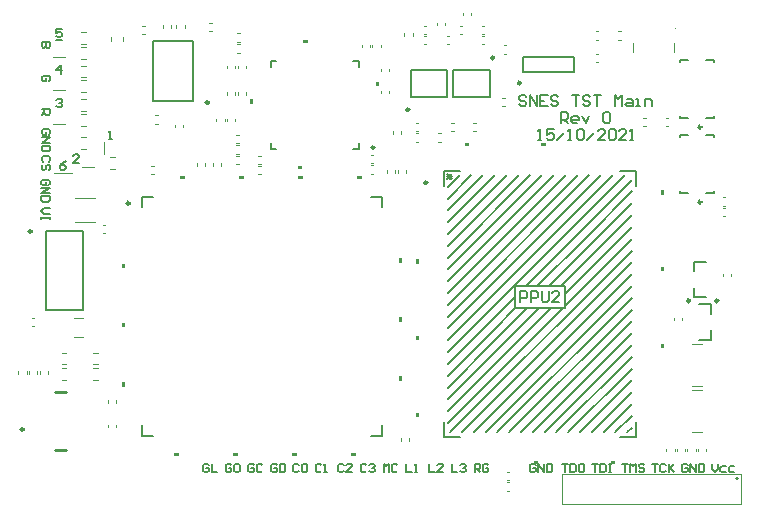
<source format=gto>
G04*
G04 #@! TF.GenerationSoftware,Altium Limited,Altium Designer,21.7.2 (23)*
G04*
G04 Layer_Color=65535*
%FSAX44Y44*%
%MOMM*%
G71*
G04*
G04 #@! TF.SameCoordinates,9FC8B08E-5A0B-468E-A9A2-6B38CBE9F6CB*
G04*
G04*
G04 #@! TF.FilePolarity,Positive*
G04*
G01*
G75*
%ADD10C,0.2500*%
%ADD11C,0.2000*%
%ADD12C,0.1000*%
%ADD13C,0.2540*%
%ADD14C,0.1500*%
%ADD15C,0.1524*%
%ADD16C,0.0500*%
G36*
X00510478Y00703255D02*
X00507938D01*
Y00699445D01*
X00510478D01*
Y00703255D01*
D02*
G37*
G36*
Y00753255D02*
X00507938D01*
Y00749445D01*
X00510478D01*
Y00753255D01*
D02*
G37*
G36*
Y00803255D02*
X00507938D01*
Y00799445D01*
X00510478D01*
Y00803255D01*
D02*
G37*
G36*
X00555905Y00642828D02*
X00552095D01*
Y00640288D01*
X00555905D01*
Y00642828D01*
D02*
G37*
G36*
X00605905D02*
X00602095D01*
Y00640288D01*
X00605905D01*
Y00642828D01*
D02*
G37*
G36*
X00655905D02*
X00652095D01*
Y00640288D01*
X00655905D01*
Y00642828D01*
D02*
G37*
G36*
X00705905D02*
X00702095D01*
Y00640288D01*
X00705905D01*
Y00642828D01*
D02*
G37*
G36*
X00665405Y00990114D02*
X00661595D01*
Y00992654D01*
X00665405D01*
Y00990114D01*
D02*
G37*
G36*
X00618986Y00938695D02*
X00616446D01*
Y00942505D01*
X00618986D01*
Y00938695D01*
D02*
G37*
G36*
X00660405Y00883546D02*
X00656595D01*
Y00886086D01*
X00660405D01*
Y00883546D01*
D02*
G37*
G36*
X00710905Y00874872D02*
X00707095D01*
Y00877412D01*
X00710905D01*
Y00874872D01*
D02*
G37*
G36*
X00660905D02*
X00657095D01*
Y00877412D01*
X00660905D01*
Y00874872D01*
D02*
G37*
G36*
X00610905D02*
X00607095D01*
Y00877412D01*
X00610905D01*
Y00874872D01*
D02*
G37*
G36*
X00560905D02*
X00557095D01*
Y00877412D01*
X00560905D01*
Y00874872D01*
D02*
G37*
G36*
X00759444Y00677255D02*
X00756904D01*
Y00673445D01*
X00759444D01*
Y00677255D01*
D02*
G37*
G36*
X00742522Y00708255D02*
X00745062D01*
Y00704445D01*
X00742522D01*
Y00708255D01*
D02*
G37*
G36*
X00759444Y00742255D02*
X00756904D01*
Y00738445D01*
X00759444D01*
Y00742255D01*
D02*
G37*
G36*
X00742522Y00758255D02*
X00745062D01*
Y00754445D01*
X00742522D01*
Y00758255D01*
D02*
G37*
G36*
X00856595Y00636293D02*
Y00633753D01*
X00860405D01*
Y00636293D01*
X00856595D01*
D02*
G37*
G36*
X00921595D02*
Y00633753D01*
X00925405D01*
Y00636293D01*
X00921595D01*
D02*
G37*
G36*
X00964056Y00731945D02*
X00966597D01*
Y00735755D01*
X00964056D01*
Y00731945D01*
D02*
G37*
G36*
X00742522Y00808255D02*
X00745062D01*
Y00804445D01*
X00742522D01*
Y00808255D01*
D02*
G37*
G36*
X00759444Y00807255D02*
X00756904D01*
Y00803445D01*
X00759444D01*
Y00807255D01*
D02*
G37*
G36*
X00723014Y00953695D02*
X00725554D01*
Y00957505D01*
X00723014D01*
Y00953695D01*
D02*
G37*
G36*
X00801905Y00902906D02*
Y00905446D01*
X00798095D01*
Y00902906D01*
X00801905D01*
D02*
G37*
G36*
X00964056Y00796945D02*
X00966597D01*
Y00800755D01*
X00964056D01*
Y00796945D01*
D02*
G37*
G36*
Y00861945D02*
X00966597D01*
Y00865755D01*
X00964056D01*
Y00861945D01*
D02*
G37*
G36*
X00866905Y00902906D02*
Y00905446D01*
X00863095D01*
Y00902906D01*
X00866905D01*
D02*
G37*
D10*
X00766466Y00872100D02*
G03*
X00766466Y00872100I-00001250J00000000D01*
G01*
X00845500Y00956600D02*
G03*
X00845500Y00956600I-00001250J00000000D01*
G01*
X00751250Y00933850D02*
G03*
X00751250Y00933850I-00001250J00000000D01*
G01*
X00581500Y00939850D02*
G03*
X00581500Y00939850I-00001250J00000000D01*
G01*
X00721750Y00901850D02*
G03*
X00721750Y00901850I-00001250J00000000D01*
G01*
X00431500Y00830850D02*
G03*
X00431500Y00830850I-00001250J00000000D01*
G01*
X00514500Y00854600D02*
G03*
X00514500Y00854600I-00001250J00000000D01*
G01*
X00998500Y00919100D02*
G03*
X00998500Y00919100I-00001250J00000000D01*
G01*
X00988750Y00772100D02*
G03*
X00988750Y00772100I-00001250J00000000D01*
G01*
X01012750Y00772100D02*
G03*
X01012750Y00772100I-00001250J00000000D01*
G01*
X00823000Y00977850D02*
G03*
X00823000Y00977850I-00001250J00000000D01*
G01*
X00998500Y00855600D02*
G03*
X00998500Y00855600I-00001250J00000000D01*
G01*
D11*
X01029700Y00621650D02*
G03*
X01029700Y00621650I-00001000J00000000D01*
G01*
X00847250Y00965600D02*
X00890250D01*
X00847250Y00978600D02*
X00890250D01*
X00847250Y00965600D02*
Y00978600D01*
X00890250Y00965600D02*
Y00978600D01*
X00783250Y00944350D02*
Y00967350D01*
X00752250Y00944350D02*
Y00967350D01*
X00783250D01*
X00752250Y00944350D02*
X00783250D01*
X00568500Y00941100D02*
Y00992100D01*
X00534500Y00941100D02*
Y00992100D01*
Y00941100D02*
X00568500D01*
X00534500Y00992100D02*
X00568500D01*
X00444000Y00830850D02*
X00475000D01*
Y00763850D02*
Y00830850D01*
X00444000Y00763850D02*
Y00830850D01*
Y00763850D02*
X00475000D01*
X01009250Y00927100D02*
Y00928850D01*
X01002500Y00927100D02*
X01009250D01*
X00980250D02*
X00987000D01*
X00980250D02*
Y00928850D01*
Y00974350D02*
Y00976100D01*
X00987000D01*
X01009250Y00974350D02*
Y00976100D01*
X01002500D02*
X01009250D01*
X00996500Y00769100D02*
X01006500D01*
Y00761100D02*
Y00769100D01*
X00996500Y00739100D02*
X01006500D01*
Y00747100D01*
X00992500Y00775100D02*
X01002500D01*
X00992500D02*
Y00783100D01*
Y00805100D02*
X01002500D01*
X00992500Y00797100D02*
Y00805100D01*
X00788500Y00967350D02*
X00819500D01*
X00788500Y00944350D02*
X00819500D01*
Y00967350D01*
X00788500Y00944350D02*
Y00967350D01*
X01002500Y00912600D02*
X01009250D01*
Y00910850D02*
Y00912600D01*
X00980250D02*
X00987000D01*
X00980250Y00910850D02*
Y00912600D01*
Y00863600D02*
Y00865350D01*
Y00863600D02*
X00987000D01*
X01002500D02*
X01009250D01*
Y00865350D01*
D12*
X01011250Y00660100D02*
G03*
X01011250Y00660100I-00000500J00000000D01*
G01*
Y00699100D02*
G03*
X01011250Y00699100I-00000500J00000000D01*
G01*
X00976750Y01002600D02*
G03*
X00976750Y01002600I-00000500J00000000D01*
G01*
X00793000Y00882100D02*
X00794250D01*
X00880200Y00599900D02*
X01032350D01*
X00880200D02*
Y00625300D01*
X01032350D01*
Y00599900D02*
Y00625300D01*
X00990750Y00696100D02*
X00998750D01*
X00990750Y00661100D02*
X00998750D01*
X00467250Y00741350D02*
X00474750D01*
X00467250Y00757350D02*
X00474750D01*
X00468250Y00839100D02*
X00485250D01*
X00468250Y00859100D02*
X00485250D01*
X00450750Y00879850D02*
X00465750D01*
X00449750Y00978850D02*
X00459750D01*
X00449750Y00950350D02*
X00459750D01*
X00449750Y00921850D02*
X00459750D01*
X00474250Y00885350D02*
X00484250D01*
X00492750Y00896350D02*
Y00906350D01*
X00990750Y00700100D02*
X00998750D01*
X00990750Y00735100D02*
X00998750D01*
X00975250Y00982600D02*
Y00990600D01*
X00940250Y00982600D02*
Y00990600D01*
D13*
X00424750Y00663100D02*
G03*
X00424750Y00663100I-00001250J00000000D01*
G01*
X00451000Y00694600D02*
X00460500D01*
X00451000Y00646100D02*
X00460500D01*
D14*
X00883000Y00777850D02*
X00900750Y00795600D01*
X00879875Y00784725D02*
X00900750Y00805600D01*
X00822750Y00737600D02*
X00851000Y00765850D01*
X00869750Y00784600D02*
X00900750Y00815600D01*
X00939750Y00854600D01*
X00900750Y00805600D02*
X00939750Y00844600D01*
X00900750Y00795600D02*
X00939750Y00834600D01*
X00783750Y00698600D02*
X00822750Y00737600D01*
Y00727600D02*
X00860747Y00765597D01*
X00822750Y00717600D02*
X00871000Y00765850D01*
X00783750Y00688600D02*
X00822750Y00727600D01*
X00783750Y00678600D02*
X00822750Y00717600D01*
X00859750Y00784600D02*
X00900750Y00825600D01*
X00939750Y00864600D01*
X00783750Y00708600D02*
X00822750Y00747600D01*
X00850000Y00784850D02*
X00860750Y00795600D01*
X00783750Y00718600D02*
X00822750Y00757600D01*
X00900750Y00835600D02*
X00939750Y00874600D01*
X00860750Y00795600D02*
X00900750Y00835600D01*
X00822750Y00757600D02*
X00834500Y00769350D01*
X00837750Y00772600D01*
X00837755D01*
X00840379Y00775225D01*
X00860750Y00795600D02*
X00860750D01*
X00795750Y00660600D02*
X00939750Y00804600D01*
X00805750Y00660600D02*
X00939750Y00794600D01*
X00815750Y00660600D02*
X00939750Y00784600D01*
X00845750Y00660600D02*
X00939750Y00754600D01*
X00835750Y00660600D02*
X00939750Y00764600D01*
X00825750Y00660600D02*
X00939750Y00774600D01*
X00855750Y00660600D02*
X00939750Y00744600D01*
X00783750Y00728600D02*
X00933750Y00878600D01*
X00783750Y00748600D02*
X00913750Y00878600D01*
X00783750Y00858600D02*
X00803750Y00878600D01*
X00783750Y00868600D02*
X00793750Y00878600D01*
X00780500Y00869600D02*
Y00882100D01*
X00929250D02*
X00943000D01*
Y00869600D02*
Y00882100D01*
X00780500Y00657100D02*
X00794250D01*
X00780500D02*
Y00669600D01*
X00929250Y00657100D02*
X00943000D01*
Y00669600D01*
X00780500Y00882100D02*
X00794250D01*
X00783750Y00828600D02*
X00833750Y00878600D01*
X00783750Y00838600D02*
X00823750Y00878600D01*
X00783750Y00848600D02*
X00813750Y00878600D01*
X00783750Y00818600D02*
X00843750Y00878600D01*
X00783750Y00808600D02*
X00853750Y00878600D01*
X00783750Y00778600D02*
X00883750Y00878600D01*
X00783750Y00788600D02*
X00873750Y00878600D01*
X00783750Y00798600D02*
X00863750Y00878600D01*
X00783750Y00768600D02*
X00893750Y00878600D01*
X00783750Y00758600D02*
X00903750Y00878600D01*
X00783750Y00738600D02*
X00923750Y00878600D01*
X00785750Y00660600D02*
X00939750Y00814600D01*
X00865750Y00660600D02*
X00939750Y00734600D01*
X00875750Y00660600D02*
X00939750Y00724600D01*
X00885750Y00660600D02*
X00939750Y00714600D01*
X00915750Y00660600D02*
X00939750Y00684600D01*
X00905750Y00660600D02*
X00939750Y00694600D01*
X00925750Y00660600D02*
X00939750Y00674600D01*
X00935750Y00660600D02*
X00939750Y00664600D01*
X00895750Y00660600D02*
X00939750Y00704600D01*
X00900750Y00785600D02*
X00939750Y00824600D01*
X00783750Y00668600D02*
X00822750Y00707600D01*
X00862750Y00747600D01*
X00862750D01*
X00881000Y00765850D01*
X00883000Y00767850D02*
X00900750Y00785600D01*
X00822750Y00747600D02*
X00841000Y00765850D01*
X00840500D02*
Y00784601D01*
X00883001Y00765850D02*
Y00784601D01*
X00840500D02*
X00883001D01*
X00840500Y00765850D02*
X00883001D01*
X00451875Y00992600D02*
X00457125D01*
X00845255Y00771100D02*
Y00780097D01*
X00849754D01*
X00851253Y00778597D01*
Y00775598D01*
X00849754Y00774099D01*
X00845255D01*
X00854252Y00771100D02*
Y00780097D01*
X00858751D01*
X00860250Y00778597D01*
Y00775598D01*
X00858751Y00774099D01*
X00854252D01*
X00863249Y00780097D02*
Y00772599D01*
X00864749Y00771100D01*
X00867748D01*
X00869247Y00772599D01*
Y00780097D01*
X00878244Y00771100D02*
X00872246D01*
X00878244Y00777098D01*
Y00778597D01*
X00876745Y00780097D01*
X00873746D01*
X00872246Y00778597D01*
X00850266Y00944390D02*
X00848767Y00945890D01*
X00845768D01*
X00844268Y00944390D01*
Y00942891D01*
X00845768Y00941391D01*
X00848767D01*
X00850266Y00939892D01*
Y00938392D01*
X00848767Y00936893D01*
X00845768D01*
X00844268Y00938392D01*
X00853265Y00936893D02*
Y00945890D01*
X00859263Y00936893D01*
Y00945890D01*
X00868260D02*
X00862262D01*
Y00936893D01*
X00868260D01*
X00862262Y00941391D02*
X00865261D01*
X00877258Y00944390D02*
X00875758Y00945890D01*
X00872759D01*
X00871260Y00944390D01*
Y00942891D01*
X00872759Y00941391D01*
X00875758D01*
X00877258Y00939892D01*
Y00938392D01*
X00875758Y00936893D01*
X00872759D01*
X00871260Y00938392D01*
X00889254Y00945890D02*
X00895252D01*
X00892253D01*
Y00936893D01*
X00904249Y00944390D02*
X00902749Y00945890D01*
X00899750D01*
X00898251Y00944390D01*
Y00942891D01*
X00899750Y00941391D01*
X00902749D01*
X00904249Y00939892D01*
Y00938392D01*
X00902749Y00936893D01*
X00899750D01*
X00898251Y00938392D01*
X00907248Y00945890D02*
X00913246D01*
X00910247D01*
Y00936893D01*
X00925242D02*
Y00945890D01*
X00928241Y00942891D01*
X00931240Y00945890D01*
Y00936893D01*
X00935739Y00942891D02*
X00938738D01*
X00940237Y00941391D01*
Y00936893D01*
X00935739D01*
X00934239Y00938392D01*
X00935739Y00939892D01*
X00940237D01*
X00943236Y00936893D02*
X00946235D01*
X00944736D01*
Y00942891D01*
X00943236D01*
X00950734Y00936893D02*
Y00942891D01*
X00955232D01*
X00956732Y00941391D01*
Y00936893D01*
X00879507Y00922496D02*
Y00931494D01*
X00884005D01*
X00885505Y00929994D01*
Y00926995D01*
X00884005Y00925495D01*
X00879507D01*
X00882506D02*
X00885505Y00922496D01*
X00893002D02*
X00890003D01*
X00888504Y00923996D01*
Y00926995D01*
X00890003Y00928494D01*
X00893002D01*
X00894502Y00926995D01*
Y00925495D01*
X00888504D01*
X00897501Y00928494D02*
X00900500Y00922496D01*
X00903499Y00928494D01*
X00915495Y00929994D02*
X00916995Y00931494D01*
X00919994D01*
X00921493Y00929994D01*
Y00923996D01*
X00919994Y00922496D01*
X00916995D01*
X00915495Y00923996D01*
Y00929994D01*
X00860013Y00908100D02*
X00863012D01*
X00861513D01*
Y00917097D01*
X00860013Y00915598D01*
X00873509Y00917097D02*
X00867511D01*
Y00912598D01*
X00870510Y00914098D01*
X00872009D01*
X00873509Y00912598D01*
Y00909600D01*
X00872009Y00908100D01*
X00869010D01*
X00867511Y00909600D01*
X00876508Y00908100D02*
X00882506Y00914098D01*
X00885505Y00908100D02*
X00888504D01*
X00887004D01*
Y00917097D01*
X00885505Y00915598D01*
X00893002D02*
X00894502Y00917097D01*
X00897501D01*
X00899000Y00915598D01*
Y00909600D01*
X00897501Y00908100D01*
X00894502D01*
X00893002Y00909600D01*
Y00915598D01*
X00902000Y00908100D02*
X00907998Y00914098D01*
X00916995Y00908100D02*
X00910997D01*
X00916995Y00914098D01*
Y00915598D01*
X00915495Y00917097D01*
X00912496D01*
X00910997Y00915598D01*
X00919994D02*
X00921493Y00917097D01*
X00924492D01*
X00925992Y00915598D01*
Y00909600D01*
X00924492Y00908100D01*
X00921493D01*
X00919994Y00909600D01*
Y00915598D01*
X00934989Y00908100D02*
X00928991D01*
X00934989Y00914098D01*
Y00915598D01*
X00933489Y00917097D01*
X00930490D01*
X00928991Y00915598D01*
X00937988Y00908100D02*
X00940987D01*
X00939487D01*
Y00917097D01*
X00937988Y00915598D01*
X00782917Y00879765D02*
X00787583Y00875100D01*
X00782917D02*
X00787583Y00879765D01*
X00782917Y00877432D02*
X00787583D01*
X00785250Y00875100D02*
Y00879765D01*
X00497000Y00908850D02*
X00499333D01*
X00498166D01*
Y00915848D01*
X00497000Y00914681D01*
X00445831Y00912685D02*
X00446998Y00913851D01*
Y00916184D01*
X00445831Y00917350D01*
X00441166D01*
X00440000Y00916184D01*
Y00913851D01*
X00441166Y00912685D01*
X00443499D01*
Y00915017D01*
X00440000Y00910352D02*
X00446998D01*
X00440000Y00905687D01*
X00446998D01*
Y00903355D02*
X00440000D01*
Y00899856D01*
X00441166Y00898689D01*
X00445831D01*
X00446998Y00899856D01*
Y00903355D01*
X00445831Y00957935D02*
X00446998Y00959101D01*
Y00961434D01*
X00445831Y00962600D01*
X00441166D01*
X00440000Y00961434D01*
Y00959101D01*
X00441166Y00957935D01*
X00443499D01*
Y00960267D01*
X00456857Y01002348D02*
X00452192D01*
Y00998849D01*
X00454524Y01000015D01*
X00455690D01*
X00456857Y00998849D01*
Y00996516D01*
X00455690Y00995350D01*
X00453358D01*
X00452192Y00996516D01*
X00446998Y00991100D02*
X00440000D01*
Y00987601D01*
X00441166Y00986435D01*
X00442333D01*
X00443499Y00987601D01*
Y00991100D01*
Y00987601D01*
X00444665Y00986435D01*
X00445831D01*
X00446998Y00987601D01*
Y00991100D01*
X00858165Y00632931D02*
X00856999Y00634098D01*
X00854666D01*
X00853500Y00632931D01*
Y00628266D01*
X00854666Y00627100D01*
X00856999D01*
X00858165Y00628266D01*
Y00630599D01*
X00855833D01*
X00860498Y00627100D02*
Y00634098D01*
X00865163Y00627100D01*
Y00634098D01*
X00867495D02*
Y00627100D01*
X00870994D01*
X00872161Y00628266D01*
Y00632931D01*
X00870994Y00634098D01*
X00867495D01*
X00639165Y00632931D02*
X00637999Y00634098D01*
X00635666D01*
X00634500Y00632931D01*
Y00628266D01*
X00635666Y00627100D01*
X00637999D01*
X00639165Y00628266D01*
Y00630599D01*
X00636833D01*
X00641498Y00634098D02*
Y00627100D01*
X00644997D01*
X00646163Y00628266D01*
Y00632931D01*
X00644997Y00634098D01*
X00641498D01*
X00729500Y00627100D02*
Y00634098D01*
X00731833Y00631765D01*
X00734165Y00634098D01*
Y00627100D01*
X00741163Y00632931D02*
X00739997Y00634098D01*
X00737664D01*
X00736498Y00632931D01*
Y00628266D01*
X00737664Y00627100D01*
X00739997D01*
X00741163Y00628266D01*
X00657665Y00632931D02*
X00656499Y00634098D01*
X00654166D01*
X00653000Y00632931D01*
Y00628266D01*
X00654166Y00627100D01*
X00656499D01*
X00657665Y00628266D01*
X00659998Y00632931D02*
X00661164Y00634098D01*
X00663497D01*
X00664663Y00632931D01*
Y00628266D01*
X00663497Y00627100D01*
X00661164D01*
X00659998Y00628266D01*
Y00632931D01*
X00676665D02*
X00675499Y00634098D01*
X00673166D01*
X00672000Y00632931D01*
Y00628266D01*
X00673166Y00627100D01*
X00675499D01*
X00676665Y00628266D01*
X00678998Y00627100D02*
X00681330D01*
X00680164D01*
Y00634098D01*
X00678998Y00632931D01*
X00695665D02*
X00694499Y00634098D01*
X00692166D01*
X00691000Y00632931D01*
Y00628266D01*
X00692166Y00627100D01*
X00694499D01*
X00695665Y00628266D01*
X00702663Y00627100D02*
X00697998D01*
X00702663Y00631765D01*
Y00632931D01*
X00701497Y00634098D01*
X00699164D01*
X00697998Y00632931D01*
X00714915D02*
X00713749Y00634098D01*
X00711416D01*
X00710250Y00632931D01*
Y00628266D01*
X00711416Y00627100D01*
X00713749D01*
X00714915Y00628266D01*
X00717248Y00632931D02*
X00718414Y00634098D01*
X00720747D01*
X00721913Y00632931D01*
Y00631765D01*
X00720747Y00630599D01*
X00719581D01*
X00720747D01*
X00721913Y00629433D01*
Y00628266D01*
X00720747Y00627100D01*
X00718414D01*
X00717248Y00628266D01*
X00460232Y00890098D02*
X00457899Y00888931D01*
X00455566Y00886599D01*
Y00884266D01*
X00456733Y00883100D01*
X00459065D01*
X00460232Y00884266D01*
Y00885433D01*
X00459065Y00886599D01*
X00455566D01*
X00471415Y00889100D02*
X00466750D01*
X00471415Y00893765D01*
Y00894931D01*
X00470249Y00896098D01*
X00467916D01*
X00466750Y00894931D01*
X00452500Y00941681D02*
X00453666Y00942848D01*
X00455999D01*
X00457165Y00941681D01*
Y00940515D01*
X00455999Y00939349D01*
X00454833D01*
X00455999D01*
X00457165Y00938182D01*
Y00937016D01*
X00455999Y00935850D01*
X00453666D01*
X00452500Y00937016D01*
X00455999Y00964350D02*
Y00971348D01*
X00452500Y00967849D01*
X00457165D01*
X00905900Y00634098D02*
X00910565D01*
X00908233D01*
Y00627100D01*
X00912898Y00634098D02*
Y00627100D01*
X00916397D01*
X00917563Y00628266D01*
Y00632931D01*
X00916397Y00634098D01*
X00912898D01*
X00919895D02*
X00922228D01*
X00921062D01*
Y00627100D01*
X00919895D01*
X00922228D01*
X01007500Y00634098D02*
Y00629433D01*
X01009833Y00627100D01*
X01012165Y00629433D01*
Y00634098D01*
X01019163Y00631765D02*
X01015664D01*
X01014498Y00630599D01*
Y00628266D01*
X01015664Y00627100D01*
X01019163D01*
X01026161Y00631765D02*
X01022662D01*
X01021496Y00630599D01*
Y00628266D01*
X01022662Y00627100D01*
X01026161D01*
X00986765Y00632931D02*
X00985599Y00634098D01*
X00983266D01*
X00982100Y00632931D01*
Y00628266D01*
X00983266Y00627100D01*
X00985599D01*
X00986765Y00628266D01*
Y00630599D01*
X00984433D01*
X00989098Y00627100D02*
Y00634098D01*
X00993763Y00627100D01*
Y00634098D01*
X00996096D02*
Y00627100D01*
X00999594D01*
X01000761Y00628266D01*
Y00632931D01*
X00999594Y00634098D01*
X00996096D01*
X00956700D02*
X00961365D01*
X00959033D01*
Y00627100D01*
X00968363Y00632931D02*
X00967197Y00634098D01*
X00964864D01*
X00963698Y00632931D01*
Y00628266D01*
X00964864Y00627100D01*
X00967197D01*
X00968363Y00628266D01*
X00970695Y00634098D02*
Y00627100D01*
Y00629433D01*
X00975361Y00634098D01*
X00971862Y00630599D01*
X00975361Y00627100D01*
X00931300Y00634098D02*
X00935965D01*
X00933633D01*
Y00627100D01*
X00938298D02*
Y00634098D01*
X00940630Y00631765D01*
X00942963Y00634098D01*
Y00627100D01*
X00949961Y00632931D02*
X00948794Y00634098D01*
X00946462D01*
X00945295Y00632931D01*
Y00631765D01*
X00946462Y00630599D01*
X00948794D01*
X00949961Y00629433D01*
Y00628266D01*
X00948794Y00627100D01*
X00946462D01*
X00945295Y00628266D01*
X00880500Y00634098D02*
X00885165D01*
X00882833D01*
Y00627100D01*
X00887498Y00634098D02*
Y00627100D01*
X00890997D01*
X00892163Y00628266D01*
Y00632931D01*
X00890997Y00634098D01*
X00887498D01*
X00897994D02*
X00895662D01*
X00894495Y00632931D01*
Y00628266D01*
X00895662Y00627100D01*
X00897994D01*
X00899161Y00628266D01*
Y00632931D01*
X00897994Y00634098D01*
X00440000Y00934100D02*
X00446998D01*
Y00930601D01*
X00445831Y00929435D01*
X00443499D01*
X00442333Y00930601D01*
Y00934100D01*
Y00931767D02*
X00440000Y00929435D01*
X00445831Y00889685D02*
X00446998Y00890851D01*
Y00893184D01*
X00445831Y00894350D01*
X00441166D01*
X00440000Y00893184D01*
Y00890851D01*
X00441166Y00889685D01*
X00445831Y00882687D02*
X00446998Y00883853D01*
Y00886186D01*
X00445831Y00887352D01*
X00444665D01*
X00443499Y00886186D01*
Y00883853D01*
X00442333Y00882687D01*
X00441166D01*
X00440000Y00883853D01*
Y00886186D01*
X00441166Y00887352D01*
X00445581Y00869935D02*
X00446748Y00871101D01*
Y00873434D01*
X00445581Y00874600D01*
X00440916D01*
X00439750Y00873434D01*
Y00871101D01*
X00440916Y00869935D01*
X00443249D01*
Y00872267D01*
X00439750Y00867602D02*
X00446748D01*
X00439750Y00862937D01*
X00446748D01*
Y00860604D02*
X00439750D01*
Y00857106D01*
X00440916Y00855939D01*
X00445581D01*
X00446748Y00857106D01*
Y00860604D01*
X00446748Y00850350D02*
X00442083D01*
X00439750Y00848017D01*
X00442083Y00845685D01*
X00446748D01*
Y00843352D02*
Y00841020D01*
Y00842186D01*
X00439750D01*
Y00843352D01*
Y00841020D01*
X00581415Y00632931D02*
X00580249Y00634098D01*
X00577916D01*
X00576750Y00632931D01*
Y00628266D01*
X00577916Y00627100D01*
X00580249D01*
X00581415Y00628266D01*
Y00630599D01*
X00579083D01*
X00583748Y00634098D02*
Y00627100D01*
X00588413D01*
X00600665Y00632931D02*
X00599499Y00634098D01*
X00597166D01*
X00596000Y00632931D01*
Y00628266D01*
X00597166Y00627100D01*
X00599499D01*
X00600665Y00628266D01*
Y00630599D01*
X00598333D01*
X00606497Y00634098D02*
X00604164D01*
X00602998Y00632931D01*
Y00628266D01*
X00604164Y00627100D01*
X00606497D01*
X00607663Y00628266D01*
Y00632931D01*
X00606497Y00634098D01*
X00619665Y00632931D02*
X00618499Y00634098D01*
X00616166D01*
X00615000Y00632931D01*
Y00628266D01*
X00616166Y00627100D01*
X00618499D01*
X00619665Y00628266D01*
Y00630599D01*
X00617333D01*
X00626663Y00632931D02*
X00625497Y00634098D01*
X00623164D01*
X00621998Y00632931D01*
Y00628266D01*
X00623164Y00627100D01*
X00625497D01*
X00626663Y00628266D01*
X00806500Y00627100D02*
Y00634098D01*
X00809999D01*
X00811165Y00632931D01*
Y00630599D01*
X00809999Y00629433D01*
X00806500D01*
X00808833D02*
X00811165Y00627100D01*
X00818163Y00632931D02*
X00816997Y00634098D01*
X00814664D01*
X00813498Y00632931D01*
Y00628266D01*
X00814664Y00627100D01*
X00816997D01*
X00818163Y00628266D01*
Y00630599D01*
X00815830D01*
X00787250Y00634098D02*
Y00627100D01*
X00791915D01*
X00794248Y00632931D02*
X00795414Y00634098D01*
X00797747D01*
X00798913Y00632931D01*
Y00631765D01*
X00797747Y00630599D01*
X00796580D01*
X00797747D01*
X00798913Y00629433D01*
Y00628266D01*
X00797747Y00627100D01*
X00795414D01*
X00794248Y00628266D01*
X00768000Y00634098D02*
Y00627100D01*
X00772665D01*
X00779663D02*
X00774998D01*
X00779663Y00631765D01*
Y00632931D01*
X00778497Y00634098D01*
X00776164D01*
X00774998Y00632931D01*
X00748750Y00634098D02*
Y00627100D01*
X00753415D01*
X00755748D02*
X00758080D01*
X00756914D01*
Y00634098D01*
X00755748Y00632931D01*
D15*
X00708211Y00970324D02*
Y00975311D01*
X00703224D02*
X00708211D01*
Y00900889D02*
Y00905876D01*
X00703224Y00900889D02*
X00708211D01*
X00633789Y00975311D02*
X00638775D01*
X00633789Y00970324D02*
Y00975311D01*
Y00900889D02*
X00638775D01*
X00633789D02*
Y00905876D01*
X00727719Y00851074D02*
Y00860069D01*
X00718724D02*
X00727719D01*
Y00657631D02*
Y00666626D01*
X00718724Y00657631D02*
X00727719D01*
X00525281Y00860069D02*
X00534276D01*
X00525281Y00851074D02*
Y00860069D01*
Y00657631D02*
X00534276D01*
X00525281D02*
Y00666626D01*
D16*
X00473250Y00910850D02*
X00477250D01*
X00473250Y00900850D02*
X00477250D01*
X00508500Y00991600D02*
Y00995600D01*
X00498500Y00991600D02*
Y00995600D01*
X00429250Y00710350D02*
Y00712350D01*
X00436250Y00710350D02*
Y00712350D01*
X00739500Y00880350D02*
Y00882350D01*
X00732500Y00880350D02*
Y00882350D01*
X00748500Y00880350D02*
Y00882350D01*
X00741500Y00880350D02*
Y00882350D01*
X00928250Y00993100D02*
X00930250D01*
X00928250Y01000100D02*
X00930250D01*
X00445250Y00710350D02*
Y00712350D01*
X00438250Y00710350D02*
Y00712350D01*
X00718500Y00879600D02*
X00720500D01*
X00718500Y00886600D02*
X00720500D01*
X00623500Y00879100D02*
X00625500D01*
X00623500Y00886100D02*
X00625500D01*
X01016500Y00843850D02*
X01018500D01*
X01016500Y00850850D02*
X01018500D01*
X00830000Y00936600D02*
X00832000D01*
X00830000Y00943600D02*
X00832000D01*
X00604750Y00896600D02*
X00606750D01*
X00604750Y00903600D02*
X00606750D01*
X00604750Y00905350D02*
X00606750D01*
X00604750Y00912350D02*
X00606750D01*
X00605750Y00991350D02*
X00607750D01*
X00605750Y00998350D02*
X00607750D01*
X00605750Y00982100D02*
X00607750D01*
X00605750Y00989100D02*
X00607750D01*
X00491500Y00829100D02*
X00493500D01*
X00491500Y00836100D02*
X00493500D01*
X00718500Y00888350D02*
X00720500D01*
X00718500Y00895350D02*
X00720500D01*
X01016500Y00852600D02*
X01018500D01*
X01016500Y00859600D02*
X01018500D01*
X00968250Y00920100D02*
X00970250D01*
X00968250Y00927100D02*
X00970250D01*
X00786750Y00915600D02*
X00788750D01*
X00786750Y00922600D02*
X00788750D01*
X00812500Y00989100D02*
X00814500D01*
X00812500Y00996100D02*
X00814500D01*
X00782750Y00989100D02*
X00784750D01*
X00782750Y00996100D02*
X00784750D01*
X00763250Y00997850D02*
X00765250D01*
X00763250Y01004850D02*
X00765250D01*
X00763250Y00989100D02*
X00765250D01*
X00763250Y00996100D02*
X00765250D01*
X00775750Y00906850D02*
X00777750D01*
X00775750Y00913850D02*
X00777750D01*
X00456750Y00704850D02*
X00460750D01*
X00456750Y00714850D02*
X00460750D01*
X00456750Y00718100D02*
X00460750D01*
X00456750Y00728100D02*
X00460750D01*
X00483750Y00704850D02*
X00487750D01*
X00483750Y00714850D02*
X00487750D01*
X00483750Y00718100D02*
X00487750D01*
X00483750Y00728100D02*
X00487750D01*
X00604750Y00887850D02*
X00606750D01*
X00604750Y00894850D02*
X00606750D01*
X00536250Y00929100D02*
X00538250D01*
X00536250Y00922100D02*
X00538250D01*
X01024000Y00793100D02*
Y00795100D01*
X01017000Y00793100D02*
Y00795100D01*
X00774637Y01005640D02*
Y01007640D01*
X00781637Y01005640D02*
Y01007640D01*
X00909250Y01000100D02*
X00911250D01*
X00909250Y00993100D02*
X00911250D01*
X00909250Y00973850D02*
X00911250D01*
X00909250Y00980850D02*
X00911250D01*
X00532750Y00886350D02*
X00534750D01*
X00532750Y00879350D02*
X00534750D01*
X00805500Y00915600D02*
X00807500D01*
X00805500Y00922600D02*
X00807500D01*
X00473250Y00930100D02*
X00477250D01*
X00473250Y00920100D02*
X00477250D01*
X00473250Y00942600D02*
X00477250D01*
X00473250Y00932600D02*
X00477250D01*
X00473250Y00958600D02*
X00477250D01*
X00473250Y00948600D02*
X00477250D01*
X00473250Y00971100D02*
X00477250D01*
X00473250Y00961100D02*
X00477250D01*
X00473250Y00987100D02*
X00477250D01*
X00473250Y00977100D02*
X00477250D01*
X00473250Y00999600D02*
X00477250D01*
X00473250Y00989600D02*
X00477250D01*
X00803750Y01014100D02*
Y01016100D01*
X00796750Y01014100D02*
Y01016100D01*
X00833750Y00611350D02*
X00835750D01*
X00833750Y00618350D02*
X00835750D01*
X00833750Y00620100D02*
X00835750D01*
X00833750Y00627100D02*
X00835750D01*
X00982000Y00755350D02*
Y00757350D01*
X00975000Y00755350D02*
Y00757350D01*
X00587750Y00924100D02*
Y00926100D01*
X00594750Y00924100D02*
Y00926100D01*
X00597000Y00924100D02*
Y00926100D01*
X00604000Y00924100D02*
Y00926100D01*
X00603750Y00946600D02*
Y00948600D01*
X00596750Y00946600D02*
Y00948600D01*
X00613250Y00946600D02*
Y00948600D01*
X00606250Y00946600D02*
Y00948600D01*
X00603750Y00968850D02*
Y00970850D01*
X00596750Y00968850D02*
Y00970850D01*
X00613250Y00968850D02*
Y00970850D01*
X00606250Y00968850D02*
Y00970850D01*
X00591969Y00886459D02*
Y00888459D01*
X00584969Y00886459D02*
Y00888459D01*
X00968750Y00644850D02*
Y00646850D01*
X00975750Y00644850D02*
Y00646850D01*
X00754000Y00996600D02*
Y00998600D01*
X00747000Y00996600D02*
Y00998600D01*
X00756750Y00915600D02*
X00758750D01*
X00756750Y00922600D02*
X00758750D01*
X00756750Y00906850D02*
X00758750D01*
X00756750Y00913850D02*
X00758750D01*
X00581750Y01000100D02*
X00583750D01*
X00581750Y01007100D02*
X00583750D01*
X00561000Y01003350D02*
Y01005350D01*
X00554000Y01003350D02*
Y01005350D01*
X00552750Y00919100D02*
Y00921100D01*
X00559750Y00919100D02*
Y00921100D01*
X00744250Y00913600D02*
Y00915600D01*
X00737250Y00913600D02*
Y00915600D01*
X00542500Y01003350D02*
Y01005350D01*
X00549500Y01003350D02*
Y01005350D01*
X00497750Y00883350D02*
X00501750D01*
X00497750Y00893350D02*
X00501750D01*
X00525250Y00997850D02*
X00527250D01*
X00525250Y01004850D02*
X00527250D01*
X00727000Y00986600D02*
Y00988600D01*
X00720000Y00986600D02*
Y00988600D01*
X00718000Y00986600D02*
Y00988600D01*
X00711000Y00986600D02*
Y00988600D01*
X00831500Y00981350D02*
X00833500D01*
X00831500Y00988350D02*
X00833500D01*
X00949250Y00920100D02*
X00951250D01*
X00949250Y00927100D02*
X00951250D01*
X00420250Y00710350D02*
Y00712350D01*
X00427250Y00710350D02*
Y00712350D01*
X00496000Y00685850D02*
Y00687850D01*
X00503000Y00685850D02*
Y00687850D01*
X00751250Y00653600D02*
Y00655600D01*
X00744250Y00653600D02*
Y00655600D01*
X00503000Y00664850D02*
Y00666850D01*
X00496000Y00664850D02*
Y00666850D01*
X00727240Y00966520D02*
Y00968520D01*
X00734240Y00966520D02*
Y00968520D01*
X00623500Y00894850D02*
X00625500D01*
X00623500Y00887850D02*
X00625500D01*
X00727250Y00947850D02*
Y00949850D01*
X00734250Y00947850D02*
Y00949850D01*
X00812500Y01004850D02*
X00814500D01*
X00812500Y00997850D02*
X00814500D01*
X00793750Y01004850D02*
X00795750D01*
X00793750Y00997850D02*
X00795750D01*
X00571250Y00886350D02*
Y00888350D01*
X00578250Y00886350D02*
Y00888350D01*
X01002750Y00644850D02*
Y00646850D01*
X00995750Y00644850D02*
Y00646850D01*
X00986750Y00644850D02*
Y00646850D01*
X00993750Y00644850D02*
Y00646850D01*
X00977750Y00644850D02*
Y00646850D01*
X00984750Y00644850D02*
Y00646850D01*
X00431750Y00757600D02*
X00433750D01*
X00431750Y00750600D02*
X00433750D01*
M02*

</source>
